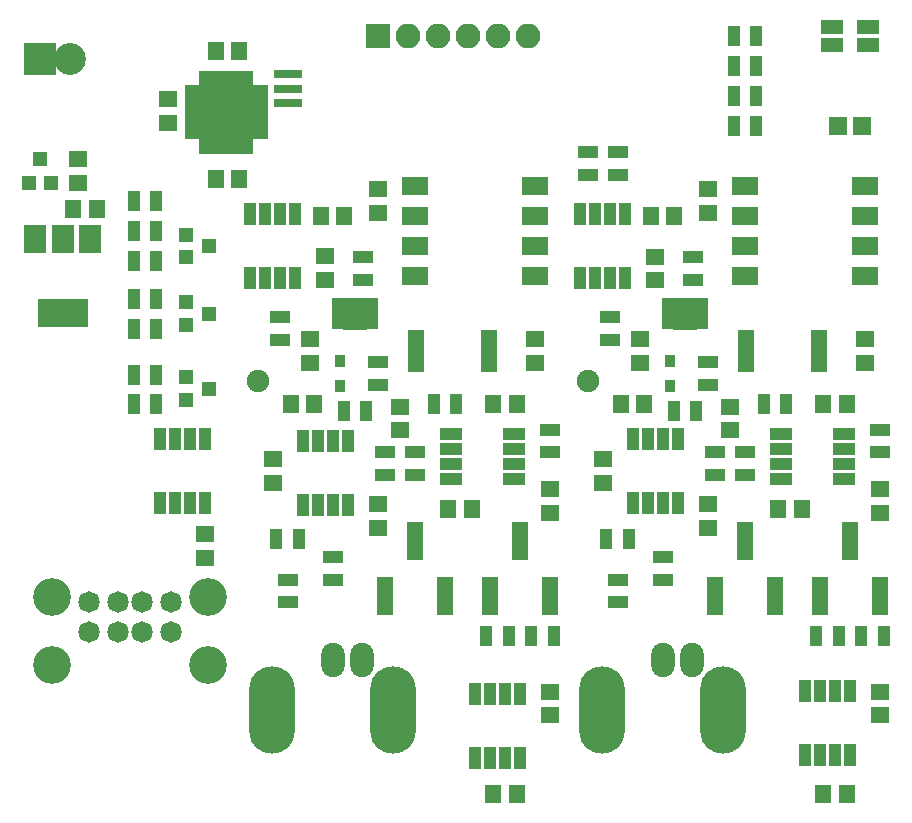
<source format=gts>
G04 #@! TF.FileFunction,Soldermask,Top*
%FSLAX46Y46*%
G04 Gerber Fmt 4.6, Leading zero omitted, Abs format (unit mm)*
G04 Created by KiCad (PCBNEW 4.0.7) date Sat Nov 25 01:32:10 2017*
%MOMM*%
%LPD*%
G01*
G04 APERTURE LIST*
%ADD10C,0.127000*%
%ADD11R,1.650000X1.400000*%
%ADD12R,0.850000X0.990000*%
%ADD13R,1.400000X1.650000*%
%ADD14R,1.598880X1.598880*%
%ADD15R,1.700000X1.100000*%
%ADD16R,1.100000X1.700000*%
%ADD17R,1.000000X1.950000*%
%ADD18R,1.950000X1.000000*%
%ADD19R,1.900000X1.300000*%
%ADD20R,1.400000X0.770000*%
%ADD21R,0.770000X1.400000*%
%ADD22R,1.462500X1.462500*%
%ADD23R,2.100000X2.100000*%
%ADD24O,2.100000X2.100000*%
%ADD25C,1.820000*%
%ADD26C,3.200000*%
%ADD27R,2.700000X2.700000*%
%ADD28C,2.700000*%
%ADD29O,3.900120X7.400240*%
%ADD30O,2.000200X2.899360*%
%ADD31R,2.200000X1.600000*%
%ADD32R,1.300000X1.200000*%
%ADD33R,1.200000X1.300000*%
%ADD34R,1.400000X3.600000*%
%ADD35R,1.416000X3.194000*%
%ADD36C,1.900000*%
%ADD37R,4.200000X2.400000*%
%ADD38R,1.900000X2.400000*%
%ADD39R,1.100000X0.650000*%
%ADD40R,2.050000X2.780000*%
%ADD41R,2.400000X0.800000*%
G04 APERTURE END LIST*
D10*
D11*
X8255000Y54880000D03*
X8255000Y56880000D03*
D12*
X30480000Y37680000D03*
X30480000Y39790000D03*
D13*
X21955000Y66040000D03*
X19955000Y66040000D03*
D11*
X15875000Y61960000D03*
X15875000Y59960000D03*
D13*
X7890000Y52705000D03*
X9890000Y52705000D03*
D11*
X19050000Y25130000D03*
X19050000Y23130000D03*
D13*
X28305000Y36195000D03*
X26305000Y36195000D03*
D11*
X24765000Y29480000D03*
X24765000Y31480000D03*
X33655000Y25670000D03*
X33655000Y27670000D03*
D13*
X45450000Y36195000D03*
X43450000Y36195000D03*
D11*
X35560000Y33925000D03*
X35560000Y35925000D03*
D13*
X41640000Y27305000D03*
X39640000Y27305000D03*
D11*
X48260000Y26940000D03*
X48260000Y28940000D03*
X27940000Y41640000D03*
X27940000Y39640000D03*
X29210000Y46675000D03*
X29210000Y48675000D03*
D13*
X28845000Y52070000D03*
X30845000Y52070000D03*
X43450000Y3175000D03*
X45450000Y3175000D03*
D11*
X33655000Y52340000D03*
X33655000Y54340000D03*
X46990000Y41640000D03*
X46990000Y39640000D03*
X48260000Y9795000D03*
X48260000Y11795000D03*
D13*
X56245000Y36195000D03*
X54245000Y36195000D03*
D11*
X52705000Y29480000D03*
X52705000Y31480000D03*
X61595000Y25670000D03*
X61595000Y27670000D03*
D13*
X73390000Y36195000D03*
X71390000Y36195000D03*
D11*
X63500000Y33925000D03*
X63500000Y35925000D03*
D13*
X69580000Y27305000D03*
X67580000Y27305000D03*
D11*
X76200000Y26940000D03*
X76200000Y28940000D03*
X55880000Y41640000D03*
X55880000Y39640000D03*
X57150000Y46625000D03*
X57150000Y48625000D03*
D13*
X56785000Y52070000D03*
X58785000Y52070000D03*
X71390000Y3175000D03*
X73390000Y3175000D03*
D14*
X72610980Y59690000D03*
X74709020Y59690000D03*
D15*
X53975000Y57465000D03*
X53975000Y55565000D03*
X51435000Y57465000D03*
X51435000Y55565000D03*
D16*
X65720000Y64770000D03*
X63820000Y64770000D03*
X65720000Y62230000D03*
X63820000Y62230000D03*
X65720000Y67310000D03*
X63820000Y67310000D03*
X14920000Y53340000D03*
X13020000Y53340000D03*
X14920000Y50800000D03*
X13020000Y50800000D03*
X13020000Y48260000D03*
X14920000Y48260000D03*
X13020000Y45085000D03*
X14920000Y45085000D03*
X13020000Y42545000D03*
X14920000Y42545000D03*
X13020000Y36195000D03*
X14920000Y36195000D03*
X63820000Y59690000D03*
X65720000Y59690000D03*
D15*
X29845000Y21275000D03*
X29845000Y23175000D03*
D16*
X26985000Y24765000D03*
X25085000Y24765000D03*
D15*
X26035000Y21270000D03*
X26035000Y19370000D03*
X34290000Y32065000D03*
X34290000Y30165000D03*
D16*
X30800000Y35560000D03*
X32700000Y35560000D03*
D15*
X36830000Y32065000D03*
X36830000Y30165000D03*
X48260000Y33970000D03*
X48260000Y32070000D03*
D16*
X38420000Y36195000D03*
X40320000Y36195000D03*
D15*
X33655000Y37785000D03*
X33655000Y39685000D03*
D16*
X46675000Y16510000D03*
X48575000Y16510000D03*
D15*
X32385000Y48575000D03*
X32385000Y46675000D03*
X25400000Y41595000D03*
X25400000Y43495000D03*
X57785000Y21275000D03*
X57785000Y23175000D03*
D16*
X54925000Y24765000D03*
X53025000Y24765000D03*
D15*
X53975000Y21270000D03*
X53975000Y19370000D03*
X62230000Y32065000D03*
X62230000Y30165000D03*
D16*
X58740000Y35560000D03*
X60640000Y35560000D03*
D15*
X64770000Y32065000D03*
X64770000Y30165000D03*
X76200000Y33970000D03*
X76200000Y32070000D03*
D17*
X19050000Y33180000D03*
X17780000Y33180000D03*
X16510000Y33180000D03*
X15240000Y33180000D03*
X15240000Y27780000D03*
X16510000Y27780000D03*
X17780000Y27780000D03*
X19050000Y27780000D03*
X27305000Y27620000D03*
X28575000Y27620000D03*
X29845000Y27620000D03*
X31115000Y27620000D03*
X31115000Y33020000D03*
X29845000Y33020000D03*
X28575000Y33020000D03*
X27305000Y33020000D03*
D18*
X39845000Y33655000D03*
X39845000Y32385000D03*
X39845000Y31115000D03*
X39845000Y29845000D03*
X45245000Y29845000D03*
X45245000Y31115000D03*
X45245000Y32385000D03*
X45245000Y33655000D03*
D17*
X26670000Y52230000D03*
X25400000Y52230000D03*
X24130000Y52230000D03*
X22860000Y52230000D03*
X22860000Y46830000D03*
X24130000Y46830000D03*
X25400000Y46830000D03*
X26670000Y46830000D03*
X41910000Y6190000D03*
X43180000Y6190000D03*
X44450000Y6190000D03*
X45720000Y6190000D03*
X45720000Y11590000D03*
X44450000Y11590000D03*
X43180000Y11590000D03*
X41910000Y11590000D03*
X55245000Y27780000D03*
X56515000Y27780000D03*
X57785000Y27780000D03*
X59055000Y27780000D03*
X59055000Y33180000D03*
X57785000Y33180000D03*
X56515000Y33180000D03*
X55245000Y33180000D03*
D18*
X67785000Y33655000D03*
X67785000Y32385000D03*
X67785000Y31115000D03*
X67785000Y29845000D03*
X73185000Y29845000D03*
X73185000Y31115000D03*
X73185000Y32385000D03*
X73185000Y33655000D03*
D17*
X54610000Y52230000D03*
X53340000Y52230000D03*
X52070000Y52230000D03*
X50800000Y52230000D03*
X50800000Y46830000D03*
X52070000Y46830000D03*
X53340000Y46830000D03*
X54610000Y46830000D03*
D12*
X58420000Y37680000D03*
X58420000Y39790000D03*
D13*
X21955000Y55245000D03*
X19955000Y55245000D03*
D11*
X61595000Y52340000D03*
X61595000Y54340000D03*
X74930000Y41640000D03*
X74930000Y39640000D03*
X76200000Y9795000D03*
X76200000Y11795000D03*
D19*
X75210000Y66560000D03*
X75210000Y68060000D03*
X72110000Y68060000D03*
X72110000Y66560000D03*
D20*
X23701250Y58906250D03*
X23701250Y59556250D03*
X23701250Y60206250D03*
X23701250Y60856250D03*
X23701250Y61506250D03*
X23701250Y62156250D03*
X23701250Y62806250D03*
D21*
X22801250Y63706250D03*
X22151250Y63706250D03*
X21501250Y63706250D03*
X20851250Y63706250D03*
X20201250Y63706250D03*
X19551250Y63706250D03*
X18901250Y63706250D03*
D20*
X18001250Y62806250D03*
X18001250Y62156250D03*
X18001250Y61506250D03*
X18001250Y60856250D03*
X18001250Y60206250D03*
X18001250Y59556250D03*
X18001250Y58906250D03*
D21*
X18901250Y58006250D03*
X19551250Y58006250D03*
X20201250Y58006250D03*
X20851250Y58006250D03*
X21501250Y58006250D03*
X22151250Y58006250D03*
X22801250Y58006250D03*
D22*
X19257500Y62450000D03*
X19257500Y61387500D03*
X19257500Y60325000D03*
X19257500Y59262500D03*
X20320000Y62450000D03*
X20320000Y61387500D03*
X20320000Y60325000D03*
X20320000Y59262500D03*
X21382500Y62450000D03*
X21382500Y61387500D03*
X21382500Y60325000D03*
X21382500Y59262500D03*
X22445000Y62450000D03*
X22445000Y61387500D03*
X22445000Y60325000D03*
X22445000Y59262500D03*
D23*
X33655000Y67310000D03*
D24*
X36195000Y67310000D03*
X38735000Y67310000D03*
X41275000Y67310000D03*
X43815000Y67310000D03*
X46355000Y67310000D03*
D25*
X9200000Y19440005D03*
X11700000Y19440005D03*
X13700000Y19440005D03*
X16200000Y19440005D03*
X9200000Y16820005D03*
X11700000Y16820005D03*
X13700000Y16820005D03*
X16200000Y16820005D03*
D26*
X19270000Y14110005D03*
X19270000Y19790005D03*
X6130000Y19790005D03*
X6130000Y14110005D03*
D27*
X5080000Y65405000D03*
D28*
X7620000Y65405000D03*
D29*
X34942780Y10261600D03*
X24744680Y10261600D03*
D30*
X29845000Y14526260D03*
X32344360Y14526260D03*
D29*
X62882780Y10261600D03*
X52684680Y10261600D03*
D30*
X57785000Y14526260D03*
X60284360Y14526260D03*
D31*
X36810000Y54610000D03*
X36810000Y52070000D03*
X36810000Y49530000D03*
X36810000Y46990000D03*
X47010000Y46990000D03*
X47010000Y49530000D03*
X47010000Y52070000D03*
X47010000Y54610000D03*
X64750000Y54610000D03*
X64750000Y52070000D03*
X64750000Y49530000D03*
X64750000Y46990000D03*
X74950000Y46990000D03*
X74950000Y49530000D03*
X74950000Y52070000D03*
X74950000Y54610000D03*
D32*
X17415000Y50480000D03*
X17415000Y48580000D03*
X19415000Y49530000D03*
X17415000Y44765000D03*
X17415000Y42865000D03*
X19415000Y43815000D03*
X17415000Y38415000D03*
X17415000Y36515000D03*
X19415000Y37465000D03*
D33*
X4130000Y54880000D03*
X6030000Y54880000D03*
X5080000Y56880000D03*
D16*
X13020000Y38608000D03*
X14920000Y38608000D03*
X44765000Y16510000D03*
X42865000Y16510000D03*
D34*
X43105000Y40640000D03*
X36905000Y40640000D03*
D16*
X66360000Y36195000D03*
X68260000Y36195000D03*
D15*
X61595000Y37785000D03*
X61595000Y39685000D03*
D16*
X74615000Y16510000D03*
X76515000Y16510000D03*
X72705000Y16510000D03*
X70805000Y16510000D03*
D15*
X60325000Y48575000D03*
X60325000Y46675000D03*
X53340000Y41595000D03*
X53340000Y43495000D03*
D34*
X71045000Y40640000D03*
X64845000Y40640000D03*
D35*
X34290000Y19875500D03*
X36830000Y24574500D03*
X39370000Y19875500D03*
X43180000Y19875500D03*
X45720000Y24574500D03*
X48260000Y19875500D03*
X62230000Y19875500D03*
X64770000Y24574500D03*
X67310000Y19875500D03*
X71120000Y19875500D03*
X73660000Y24574500D03*
X76200000Y19875500D03*
D36*
X23495000Y38100000D03*
X51435000Y38100000D03*
D37*
X6985000Y43840000D03*
D38*
X6985000Y50140000D03*
X4685000Y50140000D03*
X9285000Y50140000D03*
D39*
X33175000Y42815000D03*
X33175000Y43315000D03*
X33175000Y43815000D03*
X33175000Y44315000D03*
X33175000Y44815000D03*
X30325000Y44815000D03*
X30325000Y44315000D03*
X30325000Y43815000D03*
X30325000Y43315000D03*
X30325000Y42815000D03*
D40*
X31750000Y43815000D03*
D39*
X61115000Y42815000D03*
X61115000Y43315000D03*
X61115000Y43815000D03*
X61115000Y44315000D03*
X61115000Y44815000D03*
X58265000Y44815000D03*
X58265000Y44315000D03*
X58265000Y43815000D03*
X58265000Y43315000D03*
X58265000Y42815000D03*
D40*
X59690000Y43815000D03*
D17*
X69850000Y6444000D03*
X71120000Y6444000D03*
X72390000Y6444000D03*
X73660000Y6444000D03*
X73660000Y11844000D03*
X72390000Y11844000D03*
X71120000Y11844000D03*
X69850000Y11844000D03*
D41*
X26035000Y62865000D03*
X26035000Y61665000D03*
X26035000Y64065000D03*
M02*

</source>
